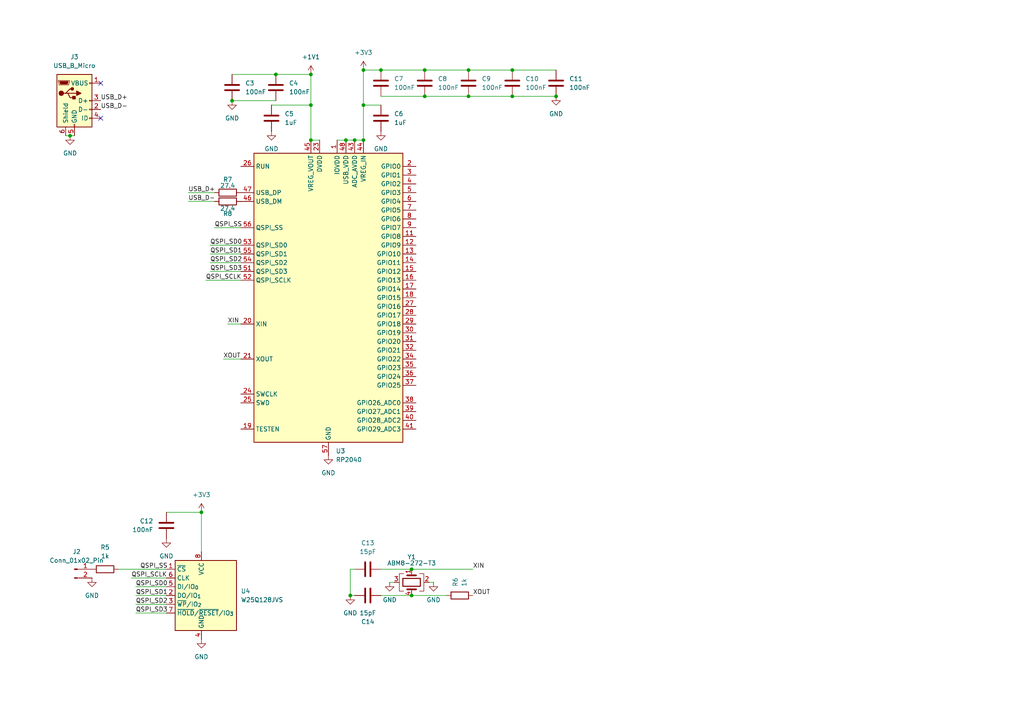
<source format=kicad_sch>
(kicad_sch (version 20250114) (generator "eeschema") (generator_version "9.0")
  (paper "A4")
  (title_block (title "Nixie Clock") (company "Sean Outram"))
  (lib_symbols
    (symbol "Connector:Conn_01x02_Pin" (pin_names (offset 1.016) (hide yes))
      (property "Reference" "J" (at 0 2.54 0))
      (property "Value" "Conn_01x02_Pin" (at 0 -5.08 0))
      (symbol "Conn_01x02_Pin_1_1"
        (rectangle (start 0.8636 0.127) (end 0 -0.127) (stroke (width 0.1524)) (fill (type outline)))
        (rectangle (start 0.8636 -2.413) (end 0 -2.667) (stroke (width 0.1524)) (fill (type outline)))
        (polyline (pts (xy 1.27 0) (xy 0.8636 0)) (stroke (width 0.1524)))
        (polyline (pts (xy 1.27 -2.54) (xy 0.8636 -2.54)) (stroke (width 0.1524)))
        (pin passive line (at 5.08 0 180) (length 3.81) (name "Pin_1") (number "1"))
        (pin passive line (at 5.08 -2.54 180) (length 3.81) (name "Pin_2") (number "2"))
      )
    )
    (symbol "Connector:USB_B_Micro" (pin_names (offset 1.016))
      (property "Reference" "J" (at -5.08 11.43 0))
      (property "Value" "USB_B_Micro" (at -5.08 8.89 0))
      (symbol "USB_B_Micro_0_1"
        (rectangle (start -5.08 -7.62) (end 5.08 7.62) (stroke (width 0.254)) (fill (type background)))
        (polyline (pts (xy -4.699 5.842) (xy -4.699 5.588) (xy -4.445 4.826) (xy -4.445 4.572) (xy -1.651 4.572) (xy -1.651 4.826) (xy -1.397 5.588) (xy -1.397 5.842) (xy -4.699 5.842)))
        (polyline (pts (xy -4.318 5.588) (xy -1.778 5.588) (xy -2.032 4.826) (xy -4.064 4.826) (xy -4.318 5.588)) (fill (type outline)))
        (circle (center -3.81 2.159) (radius 0.635) (stroke (width 0.254)) (fill (type outline)))
        (polyline (pts (xy -3.175 2.159) (xy -2.54 2.159) (xy -1.27 3.429) (xy -0.635 3.429)) (stroke (width 0.254)))
        (polyline (pts (xy -2.54 2.159) (xy -1.905 2.159) (xy -1.27 0.889) (xy 0 0.889)) (stroke (width 0.254)))
        (polyline (pts (xy -1.905 2.159) (xy 0.635 2.159)) (stroke (width 0.254)))
        (circle (center -0.635 3.429) (radius 0.381) (stroke (width 0.254)) (fill (type outline)))
        (rectangle (start -0.127 -7.62) (end 0.127 -6.858))
        (rectangle (start 0.254 1.27) (end -0.508 0.508) (stroke (width 0.254)) (fill (type outline)))
        (polyline (pts (xy 0.635 2.794) (xy 0.635 1.524) (xy 1.905 2.159) (xy 0.635 2.794)) (stroke (width 0.254)) (fill (type outline)))
        (rectangle (start 5.08 4.953) (end 4.318 5.207))
        (rectangle (start 5.08 -0.127) (end 4.318 0.127))
        (rectangle (start 5.08 -2.667) (end 4.318 -2.413))
        (rectangle (start 5.08 -5.207) (end 4.318 -4.953))
      )
      (symbol "USB_B_Micro_1_1"
        (pin passive line (at -2.54 -10.16 90) (length 2.54) (name "Shield") (number "6"))
        (pin power_out line (at 0 -10.16 90) (length 2.54) (name "GND") (number "5"))
        (pin power_out line (at 7.62 5.08 180) (length 2.54) (name "VBUS") (number "1"))
        (pin bidirectional line (at 7.62 0 180) (length 2.54) (name "D+") (number "3"))
        (pin bidirectional line (at 7.62 -2.54 180) (length 2.54) (name "D-") (number "2"))
        (pin passive line (at 7.62 -5.08 180) (length 2.54) (name "ID") (number "4"))
      )
    )
    (symbol "Device:C" (pin_numbers (hide yes)) (pin_names (offset 0.254))
      (property "Reference" "C" (at 0.635 2.54 0))
      (property "Value" "C" (at 0.635 -2.54 0))
      (symbol "C_0_1"
        (polyline (pts (xy -2.032 0.762) (xy 2.032 0.762)) (stroke (width 0.508)))
        (polyline (pts (xy -2.032 -0.762) (xy 2.032 -0.762)) (stroke (width 0.508)))
      )
      (symbol "C_1_1"
        (pin passive line (at 0 3.81 270) (length 2.794) (name "~") (number "1"))
        (pin passive line (at 0 -3.81 90) (length 2.794) (name "~") (number "2"))
      )
    )
    (symbol "Device:Crystal_GND23" (pin_names (offset 1.016) (hide yes))
      (property "Reference" "Y" (at 3.175 5.08 0))
      (property "Value" "Crystal_GND23" (at 3.175 3.175 0))
      (symbol "Crystal_GND23_0_1"
        (polyline (pts (xy -2.54 2.286) (xy -2.54 3.556) (xy 2.54 3.556) (xy 2.54 2.286)))
        (polyline (pts (xy -2.54 0) (xy -2.032 0)))
        (polyline (pts (xy -2.54 -2.286) (xy -2.54 -3.556) (xy 2.54 -3.556) (xy 2.54 -2.286)))
        (polyline (pts (xy -2.032 -1.27) (xy -2.032 1.27)) (stroke (width 0.508)))
        (rectangle (start -1.143 2.54) (end 1.143 -2.54) (stroke (width 0.3048)))
        (polyline (pts (xy 0 3.556) (xy 0 3.81)))
        (polyline (pts (xy 0 -3.81) (xy 0 -3.556)))
        (polyline (pts (xy 2.032 0) (xy 2.54 0)))
        (polyline (pts (xy 2.032 -1.27) (xy 2.032 1.27)) (stroke (width 0.508)))
      )
      (symbol "Crystal_GND23_1_1"
        (pin passive line (at -3.81 0 0) (length 1.27) (name "1") (number "1"))
        (pin passive line (at 0 5.08 270) (length 1.27) (name "2") (number "2"))
        (pin passive line (at 0 -5.08 90) (length 1.27) (name "3") (number "3"))
        (pin passive line (at 3.81 0 180) (length 1.27) (name "4") (number "4"))
      )
    )
    (symbol "Device:R" (pin_numbers (hide yes)) (pin_names (offset 0))
      (property "Reference" "R" (at 2.032 0 90))
      (property "Value" "R" (at 0 0 90))
      (symbol "R_0_1"
        (rectangle (start -1.016 -2.54) (end 1.016 2.54) (stroke (width 0.254)))
      )
      (symbol "R_1_1"
        (pin passive line (at 0 3.81 270) (length 1.27) (name "~") (number "1"))
        (pin passive line (at 0 -3.81 90) (length 1.27) (name "~") (number "2"))
      )
    )
    (symbol "MCU_RaspberryPi:RP2040"
      (property "Reference" "U" (at 17.78 45.72 0))
      (property "Value" "RP2040" (at 17.78 43.18 0))
      (symbol "RP2040_0_1"
        (rectangle (start -21.59 41.91) (end 21.59 -41.91) (stroke (width 0.254)) (fill (type background)))
      )
      (symbol "RP2040_1_1"
        (pin input line (at -25.4 38.1 0) (length 3.81) (name "RUN") (number "26"))
        (pin bidirectional line (at -25.4 30.48 0) (length 3.81) (name "USB_DP") (number "47"))
        (pin bidirectional line (at -25.4 27.94 0) (length 3.81) (name "USB_DM") (number "46"))
        (pin bidirectional line (at -25.4 20.32 0) (length 3.81) (name "QSPI_SS") (number "56"))
        (pin bidirectional line (at -25.4 15.24 0) (length 3.81) (name "QSPI_SD0") (number "53"))
        (pin bidirectional line (at -25.4 12.7 0) (length 3.81) (name "QSPI_SD1") (number "55"))
        (pin bidirectional line (at -25.4 10.16 0) (length 3.81) (name "QSPI_SD2") (number "54"))
        (pin bidirectional line (at -25.4 7.62 0) (length 3.81) (name "QSPI_SD3") (number "51"))
        (pin output line (at -25.4 5.08 0) (length 3.81) (name "QSPI_SCLK") (number "52"))
        (pin input line (at -25.4 -7.62 0) (length 3.81) (name "XIN") (number "20"))
        (pin passive line (at -25.4 -17.78 0) (length 3.81) (name "XOUT") (number "21"))
        (pin input line (at -25.4 -27.94 0) (length 3.81) (name "SWCLK") (number "24"))
        (pin bidirectional line (at -25.4 -30.48 0) (length 3.81) (name "SWD") (number "25"))
        (pin input line (at -25.4 -38.1 0) (length 3.81) (name "TESTEN") (number "19"))
        (pin power_out line (at -5.08 45.72 270) (length 3.81) (name "VREG_VOUT") (number "45"))
        (pin power_in line (at -2.54 45.72 270) (length 3.81) (name "DVDD") (number "23"))
        (pin passive line (at -2.54 45.72 270) (length 3.81) (hide yes) (name "DVDD") (number "50"))
        (pin power_in line (at 0 -45.72 90) (length 3.81) (name "GND") (number "57"))
        (pin power_in line (at 2.54 45.72 270) (length 3.81) (name "IOVDD") (number "1"))
        (pin passive line (at 2.54 45.72 270) (length 3.81) (hide yes) (name "IOVDD") (number "10"))
        (pin passive line (at 2.54 45.72 270) (length 3.81) (hide yes) (name "IOVDD") (number "22"))
        (pin passive line (at 2.54 45.72 270) (length 3.81) (hide yes) (name "IOVDD") (number "33"))
        (pin passive line (at 2.54 45.72 270) (length 3.81) (hide yes) (name "IOVDD") (number "42"))
        (pin passive line (at 2.54 45.72 270) (length 3.81) (hide yes) (name "IOVDD") (number "49"))
        (pin power_in line (at 5.08 45.72 270) (length 3.81) (name "USB_VDD") (number "48"))
        (pin power_in line (at 7.62 45.72 270) (length 3.81) (name "ADC_AVDD") (number "43"))
        (pin power_in line (at 10.16 45.72 270) (length 3.81) (name "VREG_IN") (number "44"))
        (pin bidirectional line (at 25.4 38.1 180) (length 3.81) (name "GPIO0") (number "2"))
        (pin bidirectional line (at 25.4 35.56 180) (length 3.81) (name "GPIO1") (number "3"))
        (pin bidirectional line (at 25.4 33.02 180) (length 3.81) (name "GPIO2") (number "4"))
        (pin bidirectional line (at 25.4 30.48 180) (length 3.81) (name "GPIO3") (number "5"))
        (pin bidirectional line (at 25.4 27.94 180) (length 3.81) (name "GPIO4") (number "6"))
        (pin bidirectional line (at 25.4 25.4 180) (length 3.81) (name "GPIO5") (number "7"))
        (pin bidirectional line (at 25.4 22.86 180) (length 3.81) (name "GPIO6") (number "8"))
        (pin bidirectional line (at 25.4 20.32 180) (length 3.81) (name "GPIO7") (number "9"))
        (pin bidirectional line (at 25.4 17.78 180) (length 3.81) (name "GPIO8") (number "11"))
        (pin bidirectional line (at 25.4 15.24 180) (length 3.81) (name "GPIO9") (number "12"))
        (pin bidirectional line (at 25.4 12.7 180) (length 3.81) (name "GPIO10") (number "13"))
        (pin bidirectional line (at 25.4 10.16 180) (length 3.81) (name "GPIO11") (number "14"))
        (pin bidirectional line (at 25.4 7.62 180) (length 3.81) (name "GPIO12") (number "15"))
        (pin bidirectional line (at 25.4 5.08 180) (length 3.81) (name "GPIO13") (number "16"))
        (pin bidirectional line (at 25.4 2.54 180) (length 3.81) (name "GPIO14") (number "17"))
        (pin bidirectional line (at 25.4 0 180) (length 3.81) (name "GPIO15") (number "18"))
        (pin bidirectional line (at 25.4 -2.54 180) (length 3.81) (name "GPIO16") (number "27"))
        (pin bidirectional line (at 25.4 -5.08 180) (length 3.81) (name "GPIO17") (number "28"))
        (pin bidirectional line (at 25.4 -7.62 180) (length 3.81) (name "GPIO18") (number "29"))
        (pin bidirectional line (at 25.4 -10.16 180) (length 3.81) (name "GPIO19") (number "30"))
        (pin bidirectional line (at 25.4 -12.7 180) (length 3.81) (name "GPIO20") (number "31"))
        (pin bidirectional line (at 25.4 -15.24 180) (length 3.81) (name "GPIO21") (number "32"))
        (pin bidirectional line (at 25.4 -17.78 180) (length 3.81) (name "GPIO22") (number "34"))
        (pin bidirectional line (at 25.4 -20.32 180) (length 3.81) (name "GPIO23") (number "35"))
        (pin bidirectional line (at 25.4 -22.86 180) (length 3.81) (name "GPIO24") (number "36"))
        (pin bidirectional line (at 25.4 -25.4 180) (length 3.81) (name "GPIO25") (number "37"))
        (pin bidirectional line (at 25.4 -30.48 180) (length 3.81) (name "GPIO26_ADC0") (number "38"))
        (pin bidirectional line (at 25.4 -33.02 180) (length 3.81) (name "GPIO27_ADC1") (number "39"))
        (pin bidirectional line (at 25.4 -35.56 180) (length 3.81) (name "GPIO28_ADC2") (number "40"))
        (pin bidirectional line (at 25.4 -38.1 180) (length 3.81) (name "GPIO29_ADC3") (number "41"))
      )
    )
    (symbol "Memory_Flash:W25Q128JVS"
      (property "Reference" "U" (at -6.35 11.43 0))
      (property "Value" "W25Q128JVS" (at 7.62 11.43 0))
      (symbol "W25Q128JVS_0_1"
        (rectangle (start -7.62 10.16) (end 10.16 -10.16) (stroke (width 0.254)) (fill (type background)))
      )
      (symbol "W25Q128JVS_1_1"
        (pin input line (at -10.16 7.62 0) (length 2.54) (name "~{CS}") (number "1"))
        (pin input line (at -10.16 5.08 0) (length 2.54) (name "CLK") (number "6"))
        (pin bidirectional line (at -10.16 2.54 0) (length 2.54) (name "DI/IO_{0}") (number "5"))
        (pin bidirectional line (at -10.16 0 0) (length 2.54) (name "DO/IO_{1}") (number "2"))
        (pin bidirectional line (at -10.16 -2.54 0) (length 2.54) (name "~{WP}/IO_{2}") (number "3"))
        (pin bidirectional line (at -10.16 -5.08 0) (length 2.54) (name "~{HOLD}/~{RESET}/IO_{3}") (number "7"))
        (pin power_in line (at 0 12.7 270) (length 2.54) (name "VCC") (number "8"))
        (pin power_in line (at 0 -12.7 90) (length 2.54) (name "GND") (number "4"))
      )
    )
    (symbol "power:+1V1" (power) (pin_numbers (hide yes)) (pin_names (offset 0) (hide yes))
      (property "Value" "+1V1" (at 0 3.556 0))
      (symbol "+1V1_0_1"
        (polyline (pts (xy -0.762 1.27) (xy 0 2.54)))
        (polyline (pts (xy 0 2.54) (xy 0.762 1.27)))
        (polyline (pts (xy 0 0) (xy 0 2.54)))
      )
      (symbol "+1V1_1_1"
        (pin power_in line (at 0 0 90) (length 0) (name "~") (number "1"))
      )
    )
    (symbol "power:+3V3" (power) (pin_numbers (hide yes)) (pin_names (offset 0) (hide yes))
      (property "Value" "+3V3" (at 0 3.556 0))
      (symbol "+3V3_0_1"
        (polyline (pts (xy -0.762 1.27) (xy 0 2.54)))
        (polyline (pts (xy 0 2.54) (xy 0.762 1.27)))
        (polyline (pts (xy 0 0) (xy 0 2.54)))
      )
      (symbol "+3V3_1_1"
        (pin power_in line (at 0 0 90) (length 0) (name "~") (number "1"))
      )
    )
    (symbol "power:GND" (power) (pin_numbers (hide yes)) (pin_names (offset 0) (hide yes))
      (property "Value" "GND" (at 0 -3.81 0))
      (symbol "GND_0_1"
        (polyline (pts (xy 0 0) (xy 0 -1.27) (xy 1.27 -1.27) (xy 0 -2.54) (xy -1.27 -1.27) (xy 0 -1.27)))
      )
      (symbol "GND_1_1"
        (pin power_in line (at 0 0 270) (length 0) (name "~") (number "1"))
      )
    )
  )
  (junction (at 105.41 20.32))
  (junction (at 135.89 27.94))
  (junction (at 90.17 21.59))
  (junction (at 135.89 20.32))
  (junction (at 90.17 40.64))
  (junction (at 58.42 148.59))
  (junction (at 101.6 172.72))
  (junction (at 102.87 40.64))
  (junction (at 105.41 30.48))
  (junction (at 90.17 30.48))
  (junction (at 119.38 165.1))
  (junction (at 67.31 29.21))
  (junction (at 123.19 20.32))
  (junction (at 20.32 39.37))
  (junction (at 161.29 27.94))
  (junction (at 119.38 172.72))
  (junction (at 110.49 20.32))
  (junction (at 105.41 40.64))
  (junction (at 100.33 40.64))
  (junction (at 80.01 21.59))
  (junction (at 123.19 27.94))
  (junction (at 148.59 27.94))
  (junction (at 148.59 20.32))
  (no_connect (at 29.21 24.13))
  (no_connect (at 29.21 34.29))
  (wire (pts (xy 123.19 20.32) (xy 110.49 20.32)))
  (wire (pts (xy 110.49 27.94) (xy 123.19 27.94)))
  (wire (pts (xy 148.59 27.94) (xy 161.29 27.94)))
  (wire (pts (xy 113.03 168.91) (xy 114.3 168.91)))
  (wire (pts (xy 39.37 175.26) (xy 48.26 175.26)))
  (wire (pts (xy 60.96 71.12) (xy 69.85 71.12)))
  (wire (pts (xy 59.69 81.28) (xy 69.85 81.28)))
  (wire (pts (xy 39.37 170.18) (xy 48.26 170.18)))
  (wire (pts (xy 38.1 167.64) (xy 48.26 167.64)))
  (wire (pts (xy 110.49 172.72) (xy 119.38 172.72)))
  (wire (pts (xy 110.49 20.32) (xy 105.41 20.32)))
  (wire (pts (xy 135.89 20.32) (xy 123.19 20.32)))
  (wire (pts (xy 101.6 165.1) (xy 102.87 165.1)))
  (wire (pts (xy 161.29 20.32) (xy 148.59 20.32)))
  (wire (pts (xy 54.61 55.88) (xy 62.23 55.88)))
  (wire (pts (xy 97.79 40.64) (xy 100.33 40.64)))
  (wire (pts (xy 58.42 148.59) (xy 58.42 160.02)))
  (wire (pts (xy 135.89 27.94) (xy 148.59 27.94)))
  (wire (pts (xy 105.41 20.32) (xy 105.41 30.48)))
  (wire (pts (xy 39.37 172.72) (xy 48.26 172.72)))
  (wire (pts (xy 101.6 172.72) (xy 102.87 172.72)))
  (wire (pts (xy 20.32 39.37) (xy 21.59 39.37)))
  (wire (pts (xy 105.41 30.48) (xy 105.41 40.64)))
  (wire (pts (xy 102.87 40.64) (xy 105.41 40.64)))
  (wire (pts (xy 54.61 58.42) (xy 62.23 58.42)))
  (wire (pts (xy 90.17 40.64) (xy 92.71 40.64)))
  (wire (pts (xy 60.96 73.66) (xy 69.85 73.66)))
  (wire (pts (xy 66.04 93.98) (xy 69.85 93.98)))
  (wire (pts (xy 148.59 20.32) (xy 135.89 20.32)))
  (wire (pts (xy 125.73 168.91) (xy 124.46 168.91)))
  (wire (pts (xy 80.01 21.59) (xy 67.31 21.59)))
  (wire (pts (xy 80.01 21.59) (xy 90.17 21.59)))
  (wire (pts (xy 60.96 78.74) (xy 69.85 78.74)))
  (wire (pts (xy 48.26 148.59) (xy 58.42 148.59)))
  (wire (pts (xy 64.77 104.14) (xy 69.85 104.14)))
  (wire (pts (xy 119.38 165.1) (xy 110.49 165.1)))
  (wire (pts (xy 137.16 165.1) (xy 119.38 165.1)))
  (wire (pts (xy 119.38 172.72) (xy 129.54 172.72)))
  (wire (pts (xy 90.17 21.59) (xy 90.17 30.48)))
  (wire (pts (xy 67.31 29.21) (xy 80.01 29.21)))
  (wire (pts (xy 101.6 165.1) (xy 101.6 172.72)))
  (wire (pts (xy 90.17 30.48) (xy 90.17 40.64)))
  (wire (pts (xy 100.33 40.64) (xy 102.87 40.64)))
  (wire (pts (xy 34.29 165.1) (xy 48.26 165.1)))
  (wire (pts (xy 90.17 30.48) (xy 78.74 30.48)))
  (wire (pts (xy 123.19 27.94) (xy 135.89 27.94)))
  (wire (pts (xy 62.23 66.04) (xy 69.85 66.04)))
  (wire (pts (xy 39.37 177.8) (xy 48.26 177.8)))
  (wire (pts (xy 60.96 76.2) (xy 69.85 76.2)))
  (wire (pts (xy 19.05 39.37) (xy 20.32 39.37)))
  (wire (pts (xy 105.41 30.48) (xy 110.49 30.48)))
  (label "QSPI_SD1" (at 60.96 73.66 0))
  (label "XIN" (at 137.16 165.1 0))
  (label "XOUT" (at 137.16 172.72 0))
  (label "QSPI_SD1" (at 39.37 172.72 0))
  (label "QSPI_SD0" (at 39.37 170.18 0))
  (label "QSPI_SCLK" (at 38.1 167.64 0))
  (label "QSPI_SS" (at 40.64 165.1 0))
  (label "QSPI_SD3" (at 39.37 177.8 0))
  (label "QSPI_SD2" (at 39.37 175.26 0))
  (label "QSPI_SD2" (at 60.96 76.2 0))
  (label "QSPI_SCLK" (at 59.69 81.28 0))
  (label "QSPI_SS" (at 62.23 66.04 0))
  (label "QSPI_SD0" (at 60.96 71.12 0))
  (label "USB_D-" (at 54.61 58.42 0))
  (label "XOUT" (at 64.77 104.14 0))
  (label "USB_D+" (at 54.61 55.88 0))
  (label "QSPI_SD3" (at 60.96 78.74 0))
  (label "XIN" (at 66.04 93.98 0))
  (label "USB_D+" (at 29.21 29.21 0))
  (label "USB_D-" (at 29.21 31.75 0))
  (symbol (lib_id "Device:C") (at 148.59 24.13 0) (unit 1)
    (property "Reference" "C10" (at 152.4 22.8599 0) (effects (justify left)))
    (property "Value" "100nF" (at 152.4 25.3999 0) (effects (justify left)))
    (property "Description" "Unpolarized capacitor" (effects (hide yes)))
  )
  (symbol (lib_id "power:+1V1") (at 90.17 21.59 0) (unit 1)
    (property "Reference" "#PWR08" (effects (hide yes)))
    (property "Value" "+1V1" (at 90.17 16.51 0))
    (property "Description" "Power symbol creates a global label with name \"+1V1\"" (effects (hide yes)))
  )
  (symbol (lib_id "Device:C") (at 110.49 34.29 0) (unit 1)
    (property "Reference" "C6" (at 114.3 33.0199 0) (effects (justify left)))
    (property "Value" "1uF" (at 114.3 35.5599 0) (effects (justify left)))
    (property "Description" "Unpolarized capacitor" (effects (hide yes)))
  )
  (symbol (lib_id "power:+3V3") (at 105.41 20.32 0) (unit 1)
    (property "Reference" "#PWR012" (effects (hide yes)))
    (property "Value" "+3V3" (at 105.41 15.24 0))
    (property "Description" "Power symbol creates a global label with name \"+3V3\"" (effects (hide yes)))
  )
  (symbol (lib_id "Device:C") (at 123.19 24.13 0) (unit 1)
    (property "Reference" "C8" (at 127 22.8599 0) (effects (justify left)))
    (property "Value" "100nF" (at 127 25.3999 0) (effects (justify left)))
    (property "Description" "Unpolarized capacitor" (effects (hide yes)))
  )
  (symbol (lib_id "Device:R") (at 66.04 55.88 90) (unit 1)
    (property "Reference" "R7" (at 66.04 52.07 90))
    (property "Value" "27.4" (at 66.04 53.848 90))
    (property "Description" "Resistor" (effects (hide yes)))
  )
  (symbol (lib_id "Device:C") (at 80.01 25.4 0) (unit 1)
    (property "Reference" "C4" (at 83.82 24.1299 0) (effects (justify left)))
    (property "Value" "100nF" (at 83.82 26.6699 0) (effects (justify left)))
    (property "Description" "Unpolarized capacitor" (effects (hide yes)))
  )
  (symbol (lib_id "power:GND") (at 26.67 167.64 0) (unit 1)
    (property "Reference" "#PWR017" (effects (hide yes)))
    (property "Value" "GND" (at 26.67 172.72 0))
    (property "Description" "Power symbol creates a global label with name \"GND\" , ground" (effects (hide yes)))
  )
  (symbol (lib_id "power:GND") (at 58.42 185.42 0) (mirror y) (unit 1)
    (property "Reference" "#PWR013" (effects (hide yes)))
    (property "Value" "GND" (at 58.42 190.5 0))
    (property "Description" "Power symbol creates a global label with name \"GND\" , ground" (effects (hide yes)))
  )
  (symbol (lib_id "Device:C") (at 48.26 152.4 0) (mirror y) (unit 1)
    (property "Reference" "C12" (at 44.45 151.1299 0) (effects (justify left)))
    (property "Value" "100nF" (at 44.45 153.6699 0) (effects (justify left)))
    (property "Description" "Unpolarized capacitor" (effects (hide yes)))
  )
  (symbol (lib_id "power:GND") (at 125.73 168.91 0) (unit 1)
    (property "Reference" "#PWR019" (effects (hide yes)))
    (property "Value" "GND" (at 125.73 173.99 0))
    (property "Description" "Power symbol creates a global label with name \"GND\" , ground" (effects (hide yes)))
  )
  (symbol (lib_id "Device:C") (at 67.31 25.4 0) (unit 1)
    (property "Reference" "C3" (at 71.12 24.1299 0) (effects (justify left)))
    (property "Value" "100nF" (at 71.12 26.6699 0) (effects (justify left)))
    (property "Description" "Unpolarized capacitor" (effects (hide yes)))
  )
  (symbol (lib_id "power:+3V3") (at 58.42 148.59 0) (mirror y) (unit 1)
    (property "Reference" "#PWR015" (effects (hide yes)))
    (property "Value" "+3V3" (at 58.42 143.51 0))
    (property "Description" "Power symbol creates a global label with name \"+3V3\"" (effects (hide yes)))
  )
  (symbol (lib_id "power:GND") (at 101.6 172.72 0) (unit 1)
    (property "Reference" "#PWR020" (effects (hide yes)))
    (property "Value" "GND" (at 101.6 177.8 0))
    (property "Description" "Power symbol creates a global label with name \"GND\" , ground" (effects (hide yes)))
  )
  (symbol (lib_id "power:GND") (at 110.49 38.1 0) (unit 1)
    (property "Reference" "#PWR010" (effects (hide yes)))
    (property "Value" "GND" (at 110.49 43.18 0))
    (property "Description" "Power symbol creates a global label with name \"GND\" , ground" (effects (hide yes)))
  )
  (symbol (lib_id "Device:C") (at 106.68 165.1 90) (unit 1)
    (property "Reference" "C13" (at 106.68 157.48 90))
    (property "Value" "15pF" (at 106.68 160.02 90))
    (property "Description" "Unpolarized capacitor" (effects (hide yes)))
  )
  (symbol (lib_id "power:GND") (at 48.26 156.21 0) (mirror y) (unit 1)
    (property "Reference" "#PWR014" (effects (hide yes)))
    (property "Value" "GND" (at 48.26 161.29 0))
    (property "Description" "Power symbol creates a global label with name \"GND\" , ground" (effects (hide yes)))
  )
  (symbol (lib_id "Device:R") (at 133.35 172.72 90) (unit 1)
    (property "Reference" "R6" (at 132.0799 170.18 0) (effects (justify left)))
    (property "Value" "1k" (at 134.6199 170.18 0) (effects (justify left)))
    (property "Description" "Resistor" (effects (hide yes)))
  )
  (symbol (lib_id "Device:Crystal_GND23") (at 119.38 168.91 270) (unit 1)
    (property "Reference" "Y1" (at 119.38 161.544 90))
    (property "Value" "ABM8-272-T3" (at 119.38 163.322 90))
    (property "Description" "Four pin crystal, GND on pins 2 and 3" (effects (hide yes)))
  )
  (symbol (lib_id "Device:R") (at 30.48 165.1 90) (unit 1)
    (property "Reference" "R5" (at 30.48 158.75 90))
    (property "Value" "1k" (at 30.48 161.29 90))
    (property "Description" "Resistor" (effects (hide yes)))
  )
  (symbol (lib_id "Connector:USB_B_Micro") (at 21.59 29.21 0) (unit 1)
    (property "Reference" "J3" (at 21.59 16.51 0))
    (property "Value" "USB_B_Micro" (at 21.59 19.05 0))
    (property "Description" "USB Micro Type B connector" (effects (hide yes)))
  )
  (symbol (lib_id "Connector:Conn_01x02_Pin") (at 21.59 165.1 0) (unit 1)
    (property "Reference" "J2" (at 22.225 160.02 0))
    (property "Value" "Conn_01x02_Pin" (at 22.225 162.56 0))
    (property "Description" "Generic connector, single row, 01x02, script generated" (effects (hide yes)))
  )
  (symbol (lib_id "power:GND") (at 113.03 168.91 0) (unit 1)
    (property "Reference" "#PWR018" (effects (hide yes)))
    (property "Value" "GND" (at 113.03 173.99 0))
    (property "Description" "Power symbol creates a global label with name \"GND\" , ground" (effects (hide yes)))
  )
  (symbol (lib_id "power:GND") (at 161.29 27.94 0) (unit 1)
    (property "Reference" "#PWR011" (effects (hide yes)))
    (property "Value" "GND" (at 161.29 33.02 0))
    (property "Description" "Power symbol creates a global label with name \"GND\" , ground" (effects (hide yes)))
  )
  (symbol (lib_id "Memory_Flash:W25Q128JVS") (at 58.42 172.72 0) (unit 1)
    (property "Reference" "U4" (at 69.85 171.4499 0) (effects (justify left)))
    (property "Value" "W25Q128JVS" (at 69.85 173.9899 0) (effects (justify left)))
    (property "Footprint" "Package_SO:SOIC-8_5.3x5.3mm_P1.27mm" (effects (hide yes)))
    (property "Datasheet" "https://www.winbond.com/resource-files/w25q128jv_dtr%20revc%2003272018%20plus.pdf" (effects (hide yes)))
    (property "Description" "128Mbit / 16MiB Serial Flash Memory, Standard/Dual/Quad SPI, 2.7-3.6V, SOIC-8" (effects (hide yes)))
  )
  (symbol (lib_id "power:GND") (at 78.74 38.1 0) (unit 1)
    (property "Reference" "#PWR09" (effects (hide yes)))
    (property "Value" "GND" (at 78.74 43.18 0))
    (property "Description" "Power symbol creates a global label with name \"GND\" , ground" (effects (hide yes)))
  )
  (symbol (lib_id "Device:C") (at 110.49 24.13 0) (unit 1)
    (property "Reference" "C7" (at 114.3 22.8599 0) (effects (justify left)))
    (property "Value" "100nF" (at 114.3 25.3999 0) (effects (justify left)))
    (property "Description" "Unpolarized capacitor" (effects (hide yes)))
  )
  (symbol (lib_id "power:GND") (at 67.31 29.21 0) (unit 1)
    (property "Reference" "#PWR07" (effects (hide yes)))
    (property "Value" "GND" (at 67.31 34.29 0))
    (property "Description" "Power symbol creates a global label with name \"GND\" , ground" (effects (hide yes)))
  )
  (symbol (lib_id "power:GND") (at 20.32 39.37 0) (unit 1)
    (property "Reference" "#PWR021" (effects (hide yes)))
    (property "Value" "GND" (at 20.32 44.45 0))
    (property "Description" "Power symbol creates a global label with name \"GND\" , ground" (effects (hide yes)))
  )
  (symbol (lib_id "Device:C") (at 106.68 172.72 90) (mirror x) (unit 1)
    (property "Reference" "C14" (at 106.68 180.34 90))
    (property "Value" "15pF" (at 106.68 177.8 90))
    (property "Description" "Unpolarized capacitor" (effects (hide yes)))
  )
  (symbol (lib_id "Device:R") (at 66.04 58.42 90) (mirror x) (unit 1)
    (property "Reference" "R8" (at 66.04 61.976 90))
    (property "Value" "27.4" (at 66.04 60.452 90))
    (property "Description" "Resistor" (effects (hide yes)))
  )
  (symbol (lib_id "Device:C") (at 78.74 34.29 0) (unit 1)
    (property "Reference" "C5" (at 82.55 33.0199 0) (effects (justify left)))
    (property "Value" "1uF" (at 82.55 35.5599 0) (effects (justify left)))
    (property "Description" "Unpolarized capacitor" (effects (hide yes)))
  )
  (symbol (lib_id "Device:C") (at 135.89 24.13 0) (unit 1)
    (property "Reference" "C9" (at 139.7 22.8599 0) (effects (justify left)))
    (property "Value" "100nF" (at 139.7 25.3999 0) (effects (justify left)))
    (property "Description" "Unpolarized capacitor" (effects (hide yes)))
  )
  (symbol (lib_id "MCU_RaspberryPi:RP2040") (at 95.25 86.36 0) (unit 1)
    (property "Reference" "U3" (at 97.3933 130.81 0) (effects (justify left)))
    (property "Value" "RP2040" (at 97.3933 133.35 0) (effects (justify left)))
    (property "Footprint" "Package_DFN_QFN:QFN-56-1EP_7x7mm_P0.4mm_EP3.2x3.2mm" (effects (hide yes)))
    (property "Datasheet" "https://datasheets.raspberrypi.com/rp2040/rp2040-datasheet.pdf" (effects (hide yes)))
    (property "Description" "A microcontroller by Raspberry Pi" (effects (hide yes)))
  )
  (symbol (lib_id "power:GND") (at 95.25 132.08 0) (unit 1)
    (property "Reference" "#PWR016" (effects (hide yes)))
    (property "Value" "GND" (at 95.25 137.16 0))
    (property "Description" "Power symbol creates a global label with name \"GND\" , ground" (effects (hide yes)))
  )
  (symbol (lib_id "Device:C") (at 161.29 24.13 0) (unit 1)
    (property "Reference" "C11" (at 165.1 22.8599 0) (effects (justify left)))
    (property "Value" "100nF" (at 165.1 25.3999 0) (effects (justify left)))
    (property "Description" "Unpolarized capacitor" (effects (hide yes)))
  )
)
</source>
